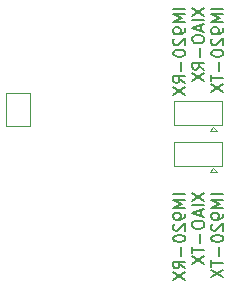
<source format=gbr>
%TF.GenerationSoftware,KiCad,Pcbnew,8.0.3*%
%TF.CreationDate,2024-07-10T22:12:49+09:00*%
%TF.ProjectId,md2,6d64322e-6b69-4636-9164-5f7063625858,rev?*%
%TF.SameCoordinates,Original*%
%TF.FileFunction,Legend,Bot*%
%TF.FilePolarity,Positive*%
%FSLAX46Y46*%
G04 Gerber Fmt 4.6, Leading zero omitted, Abs format (unit mm)*
G04 Created by KiCad (PCBNEW 8.0.3) date 2024-07-10 22:12:49*
%MOMM*%
%LPD*%
G01*
G04 APERTURE LIST*
%ADD10C,0.150000*%
%ADD11C,0.120000*%
G04 APERTURE END LIST*
D10*
X128649931Y-92436779D02*
X127649931Y-92436779D01*
X128649931Y-92912969D02*
X127649931Y-92912969D01*
X127649931Y-92912969D02*
X128364216Y-93246302D01*
X128364216Y-93246302D02*
X127649931Y-93579635D01*
X127649931Y-93579635D02*
X128649931Y-93579635D01*
X128649931Y-94103445D02*
X128649931Y-94293921D01*
X128649931Y-94293921D02*
X128602312Y-94389159D01*
X128602312Y-94389159D02*
X128554692Y-94436778D01*
X128554692Y-94436778D02*
X128411835Y-94532016D01*
X128411835Y-94532016D02*
X128221359Y-94579635D01*
X128221359Y-94579635D02*
X127840407Y-94579635D01*
X127840407Y-94579635D02*
X127745169Y-94532016D01*
X127745169Y-94532016D02*
X127697550Y-94484397D01*
X127697550Y-94484397D02*
X127649931Y-94389159D01*
X127649931Y-94389159D02*
X127649931Y-94198683D01*
X127649931Y-94198683D02*
X127697550Y-94103445D01*
X127697550Y-94103445D02*
X127745169Y-94055826D01*
X127745169Y-94055826D02*
X127840407Y-94008207D01*
X127840407Y-94008207D02*
X128078502Y-94008207D01*
X128078502Y-94008207D02*
X128173740Y-94055826D01*
X128173740Y-94055826D02*
X128221359Y-94103445D01*
X128221359Y-94103445D02*
X128268978Y-94198683D01*
X128268978Y-94198683D02*
X128268978Y-94389159D01*
X128268978Y-94389159D02*
X128221359Y-94484397D01*
X128221359Y-94484397D02*
X128173740Y-94532016D01*
X128173740Y-94532016D02*
X128078502Y-94579635D01*
X127745169Y-94960588D02*
X127697550Y-95008207D01*
X127697550Y-95008207D02*
X127649931Y-95103445D01*
X127649931Y-95103445D02*
X127649931Y-95341540D01*
X127649931Y-95341540D02*
X127697550Y-95436778D01*
X127697550Y-95436778D02*
X127745169Y-95484397D01*
X127745169Y-95484397D02*
X127840407Y-95532016D01*
X127840407Y-95532016D02*
X127935645Y-95532016D01*
X127935645Y-95532016D02*
X128078502Y-95484397D01*
X128078502Y-95484397D02*
X128649931Y-94912969D01*
X128649931Y-94912969D02*
X128649931Y-95532016D01*
X127649931Y-96151064D02*
X127649931Y-96246302D01*
X127649931Y-96246302D02*
X127697550Y-96341540D01*
X127697550Y-96341540D02*
X127745169Y-96389159D01*
X127745169Y-96389159D02*
X127840407Y-96436778D01*
X127840407Y-96436778D02*
X128030883Y-96484397D01*
X128030883Y-96484397D02*
X128268978Y-96484397D01*
X128268978Y-96484397D02*
X128459454Y-96436778D01*
X128459454Y-96436778D02*
X128554692Y-96389159D01*
X128554692Y-96389159D02*
X128602312Y-96341540D01*
X128602312Y-96341540D02*
X128649931Y-96246302D01*
X128649931Y-96246302D02*
X128649931Y-96151064D01*
X128649931Y-96151064D02*
X128602312Y-96055826D01*
X128602312Y-96055826D02*
X128554692Y-96008207D01*
X128554692Y-96008207D02*
X128459454Y-95960588D01*
X128459454Y-95960588D02*
X128268978Y-95912969D01*
X128268978Y-95912969D02*
X128030883Y-95912969D01*
X128030883Y-95912969D02*
X127840407Y-95960588D01*
X127840407Y-95960588D02*
X127745169Y-96008207D01*
X127745169Y-96008207D02*
X127697550Y-96055826D01*
X127697550Y-96055826D02*
X127649931Y-96151064D01*
X128268978Y-96912969D02*
X128268978Y-97674874D01*
X128649931Y-98722492D02*
X128173740Y-98389159D01*
X128649931Y-98151064D02*
X127649931Y-98151064D01*
X127649931Y-98151064D02*
X127649931Y-98532016D01*
X127649931Y-98532016D02*
X127697550Y-98627254D01*
X127697550Y-98627254D02*
X127745169Y-98674873D01*
X127745169Y-98674873D02*
X127840407Y-98722492D01*
X127840407Y-98722492D02*
X127983264Y-98722492D01*
X127983264Y-98722492D02*
X128078502Y-98674873D01*
X128078502Y-98674873D02*
X128126121Y-98627254D01*
X128126121Y-98627254D02*
X128173740Y-98532016D01*
X128173740Y-98532016D02*
X128173740Y-98151064D01*
X127649931Y-99055826D02*
X128649931Y-99722492D01*
X127649931Y-99722492D02*
X128649931Y-99055826D01*
X129259875Y-92341541D02*
X130259875Y-93008207D01*
X129259875Y-93008207D02*
X130259875Y-92341541D01*
X130259875Y-93389160D02*
X129259875Y-93389160D01*
X129974160Y-93817731D02*
X129974160Y-94293921D01*
X130259875Y-93722493D02*
X129259875Y-94055826D01*
X129259875Y-94055826D02*
X130259875Y-94389159D01*
X129259875Y-94912969D02*
X129259875Y-95103445D01*
X129259875Y-95103445D02*
X129307494Y-95198683D01*
X129307494Y-95198683D02*
X129402732Y-95293921D01*
X129402732Y-95293921D02*
X129593208Y-95341540D01*
X129593208Y-95341540D02*
X129926541Y-95341540D01*
X129926541Y-95341540D02*
X130117017Y-95293921D01*
X130117017Y-95293921D02*
X130212256Y-95198683D01*
X130212256Y-95198683D02*
X130259875Y-95103445D01*
X130259875Y-95103445D02*
X130259875Y-94912969D01*
X130259875Y-94912969D02*
X130212256Y-94817731D01*
X130212256Y-94817731D02*
X130117017Y-94722493D01*
X130117017Y-94722493D02*
X129926541Y-94674874D01*
X129926541Y-94674874D02*
X129593208Y-94674874D01*
X129593208Y-94674874D02*
X129402732Y-94722493D01*
X129402732Y-94722493D02*
X129307494Y-94817731D01*
X129307494Y-94817731D02*
X129259875Y-94912969D01*
X129878922Y-95770112D02*
X129878922Y-96532017D01*
X130259875Y-97579635D02*
X129783684Y-97246302D01*
X130259875Y-97008207D02*
X129259875Y-97008207D01*
X129259875Y-97008207D02*
X129259875Y-97389159D01*
X129259875Y-97389159D02*
X129307494Y-97484397D01*
X129307494Y-97484397D02*
X129355113Y-97532016D01*
X129355113Y-97532016D02*
X129450351Y-97579635D01*
X129450351Y-97579635D02*
X129593208Y-97579635D01*
X129593208Y-97579635D02*
X129688446Y-97532016D01*
X129688446Y-97532016D02*
X129736065Y-97484397D01*
X129736065Y-97484397D02*
X129783684Y-97389159D01*
X129783684Y-97389159D02*
X129783684Y-97008207D01*
X129259875Y-97912969D02*
X130259875Y-98579635D01*
X129259875Y-98579635D02*
X130259875Y-97912969D01*
X131869819Y-92436779D02*
X130869819Y-92436779D01*
X131869819Y-92912969D02*
X130869819Y-92912969D01*
X130869819Y-92912969D02*
X131584104Y-93246302D01*
X131584104Y-93246302D02*
X130869819Y-93579635D01*
X130869819Y-93579635D02*
X131869819Y-93579635D01*
X131869819Y-94103445D02*
X131869819Y-94293921D01*
X131869819Y-94293921D02*
X131822200Y-94389159D01*
X131822200Y-94389159D02*
X131774580Y-94436778D01*
X131774580Y-94436778D02*
X131631723Y-94532016D01*
X131631723Y-94532016D02*
X131441247Y-94579635D01*
X131441247Y-94579635D02*
X131060295Y-94579635D01*
X131060295Y-94579635D02*
X130965057Y-94532016D01*
X130965057Y-94532016D02*
X130917438Y-94484397D01*
X130917438Y-94484397D02*
X130869819Y-94389159D01*
X130869819Y-94389159D02*
X130869819Y-94198683D01*
X130869819Y-94198683D02*
X130917438Y-94103445D01*
X130917438Y-94103445D02*
X130965057Y-94055826D01*
X130965057Y-94055826D02*
X131060295Y-94008207D01*
X131060295Y-94008207D02*
X131298390Y-94008207D01*
X131298390Y-94008207D02*
X131393628Y-94055826D01*
X131393628Y-94055826D02*
X131441247Y-94103445D01*
X131441247Y-94103445D02*
X131488866Y-94198683D01*
X131488866Y-94198683D02*
X131488866Y-94389159D01*
X131488866Y-94389159D02*
X131441247Y-94484397D01*
X131441247Y-94484397D02*
X131393628Y-94532016D01*
X131393628Y-94532016D02*
X131298390Y-94579635D01*
X130965057Y-94960588D02*
X130917438Y-95008207D01*
X130917438Y-95008207D02*
X130869819Y-95103445D01*
X130869819Y-95103445D02*
X130869819Y-95341540D01*
X130869819Y-95341540D02*
X130917438Y-95436778D01*
X130917438Y-95436778D02*
X130965057Y-95484397D01*
X130965057Y-95484397D02*
X131060295Y-95532016D01*
X131060295Y-95532016D02*
X131155533Y-95532016D01*
X131155533Y-95532016D02*
X131298390Y-95484397D01*
X131298390Y-95484397D02*
X131869819Y-94912969D01*
X131869819Y-94912969D02*
X131869819Y-95532016D01*
X130869819Y-96151064D02*
X130869819Y-96246302D01*
X130869819Y-96246302D02*
X130917438Y-96341540D01*
X130917438Y-96341540D02*
X130965057Y-96389159D01*
X130965057Y-96389159D02*
X131060295Y-96436778D01*
X131060295Y-96436778D02*
X131250771Y-96484397D01*
X131250771Y-96484397D02*
X131488866Y-96484397D01*
X131488866Y-96484397D02*
X131679342Y-96436778D01*
X131679342Y-96436778D02*
X131774580Y-96389159D01*
X131774580Y-96389159D02*
X131822200Y-96341540D01*
X131822200Y-96341540D02*
X131869819Y-96246302D01*
X131869819Y-96246302D02*
X131869819Y-96151064D01*
X131869819Y-96151064D02*
X131822200Y-96055826D01*
X131822200Y-96055826D02*
X131774580Y-96008207D01*
X131774580Y-96008207D02*
X131679342Y-95960588D01*
X131679342Y-95960588D02*
X131488866Y-95912969D01*
X131488866Y-95912969D02*
X131250771Y-95912969D01*
X131250771Y-95912969D02*
X131060295Y-95960588D01*
X131060295Y-95960588D02*
X130965057Y-96008207D01*
X130965057Y-96008207D02*
X130917438Y-96055826D01*
X130917438Y-96055826D02*
X130869819Y-96151064D01*
X131488866Y-96912969D02*
X131488866Y-97674874D01*
X130869819Y-98008207D02*
X130869819Y-98579635D01*
X131869819Y-98293921D02*
X130869819Y-98293921D01*
X130869819Y-98817731D02*
X131869819Y-99484397D01*
X130869819Y-99484397D02*
X131869819Y-98817731D01*
X128649931Y-108136779D02*
X127649931Y-108136779D01*
X128649931Y-108612969D02*
X127649931Y-108612969D01*
X127649931Y-108612969D02*
X128364216Y-108946302D01*
X128364216Y-108946302D02*
X127649931Y-109279635D01*
X127649931Y-109279635D02*
X128649931Y-109279635D01*
X128649931Y-109803445D02*
X128649931Y-109993921D01*
X128649931Y-109993921D02*
X128602312Y-110089159D01*
X128602312Y-110089159D02*
X128554692Y-110136778D01*
X128554692Y-110136778D02*
X128411835Y-110232016D01*
X128411835Y-110232016D02*
X128221359Y-110279635D01*
X128221359Y-110279635D02*
X127840407Y-110279635D01*
X127840407Y-110279635D02*
X127745169Y-110232016D01*
X127745169Y-110232016D02*
X127697550Y-110184397D01*
X127697550Y-110184397D02*
X127649931Y-110089159D01*
X127649931Y-110089159D02*
X127649931Y-109898683D01*
X127649931Y-109898683D02*
X127697550Y-109803445D01*
X127697550Y-109803445D02*
X127745169Y-109755826D01*
X127745169Y-109755826D02*
X127840407Y-109708207D01*
X127840407Y-109708207D02*
X128078502Y-109708207D01*
X128078502Y-109708207D02*
X128173740Y-109755826D01*
X128173740Y-109755826D02*
X128221359Y-109803445D01*
X128221359Y-109803445D02*
X128268978Y-109898683D01*
X128268978Y-109898683D02*
X128268978Y-110089159D01*
X128268978Y-110089159D02*
X128221359Y-110184397D01*
X128221359Y-110184397D02*
X128173740Y-110232016D01*
X128173740Y-110232016D02*
X128078502Y-110279635D01*
X127745169Y-110660588D02*
X127697550Y-110708207D01*
X127697550Y-110708207D02*
X127649931Y-110803445D01*
X127649931Y-110803445D02*
X127649931Y-111041540D01*
X127649931Y-111041540D02*
X127697550Y-111136778D01*
X127697550Y-111136778D02*
X127745169Y-111184397D01*
X127745169Y-111184397D02*
X127840407Y-111232016D01*
X127840407Y-111232016D02*
X127935645Y-111232016D01*
X127935645Y-111232016D02*
X128078502Y-111184397D01*
X128078502Y-111184397D02*
X128649931Y-110612969D01*
X128649931Y-110612969D02*
X128649931Y-111232016D01*
X127649931Y-111851064D02*
X127649931Y-111946302D01*
X127649931Y-111946302D02*
X127697550Y-112041540D01*
X127697550Y-112041540D02*
X127745169Y-112089159D01*
X127745169Y-112089159D02*
X127840407Y-112136778D01*
X127840407Y-112136778D02*
X128030883Y-112184397D01*
X128030883Y-112184397D02*
X128268978Y-112184397D01*
X128268978Y-112184397D02*
X128459454Y-112136778D01*
X128459454Y-112136778D02*
X128554692Y-112089159D01*
X128554692Y-112089159D02*
X128602312Y-112041540D01*
X128602312Y-112041540D02*
X128649931Y-111946302D01*
X128649931Y-111946302D02*
X128649931Y-111851064D01*
X128649931Y-111851064D02*
X128602312Y-111755826D01*
X128602312Y-111755826D02*
X128554692Y-111708207D01*
X128554692Y-111708207D02*
X128459454Y-111660588D01*
X128459454Y-111660588D02*
X128268978Y-111612969D01*
X128268978Y-111612969D02*
X128030883Y-111612969D01*
X128030883Y-111612969D02*
X127840407Y-111660588D01*
X127840407Y-111660588D02*
X127745169Y-111708207D01*
X127745169Y-111708207D02*
X127697550Y-111755826D01*
X127697550Y-111755826D02*
X127649931Y-111851064D01*
X128268978Y-112612969D02*
X128268978Y-113374874D01*
X128649931Y-114422492D02*
X128173740Y-114089159D01*
X128649931Y-113851064D02*
X127649931Y-113851064D01*
X127649931Y-113851064D02*
X127649931Y-114232016D01*
X127649931Y-114232016D02*
X127697550Y-114327254D01*
X127697550Y-114327254D02*
X127745169Y-114374873D01*
X127745169Y-114374873D02*
X127840407Y-114422492D01*
X127840407Y-114422492D02*
X127983264Y-114422492D01*
X127983264Y-114422492D02*
X128078502Y-114374873D01*
X128078502Y-114374873D02*
X128126121Y-114327254D01*
X128126121Y-114327254D02*
X128173740Y-114232016D01*
X128173740Y-114232016D02*
X128173740Y-113851064D01*
X127649931Y-114755826D02*
X128649931Y-115422492D01*
X127649931Y-115422492D02*
X128649931Y-114755826D01*
X129259875Y-108041541D02*
X130259875Y-108708207D01*
X129259875Y-108708207D02*
X130259875Y-108041541D01*
X130259875Y-109089160D02*
X129259875Y-109089160D01*
X129974160Y-109517731D02*
X129974160Y-109993921D01*
X130259875Y-109422493D02*
X129259875Y-109755826D01*
X129259875Y-109755826D02*
X130259875Y-110089159D01*
X129259875Y-110612969D02*
X129259875Y-110803445D01*
X129259875Y-110803445D02*
X129307494Y-110898683D01*
X129307494Y-110898683D02*
X129402732Y-110993921D01*
X129402732Y-110993921D02*
X129593208Y-111041540D01*
X129593208Y-111041540D02*
X129926541Y-111041540D01*
X129926541Y-111041540D02*
X130117017Y-110993921D01*
X130117017Y-110993921D02*
X130212256Y-110898683D01*
X130212256Y-110898683D02*
X130259875Y-110803445D01*
X130259875Y-110803445D02*
X130259875Y-110612969D01*
X130259875Y-110612969D02*
X130212256Y-110517731D01*
X130212256Y-110517731D02*
X130117017Y-110422493D01*
X130117017Y-110422493D02*
X129926541Y-110374874D01*
X129926541Y-110374874D02*
X129593208Y-110374874D01*
X129593208Y-110374874D02*
X129402732Y-110422493D01*
X129402732Y-110422493D02*
X129307494Y-110517731D01*
X129307494Y-110517731D02*
X129259875Y-110612969D01*
X129878922Y-111470112D02*
X129878922Y-112232017D01*
X129259875Y-112565350D02*
X129259875Y-113136778D01*
X130259875Y-112851064D02*
X129259875Y-112851064D01*
X129259875Y-113374874D02*
X130259875Y-114041540D01*
X129259875Y-114041540D02*
X130259875Y-113374874D01*
X131869819Y-108136779D02*
X130869819Y-108136779D01*
X131869819Y-108612969D02*
X130869819Y-108612969D01*
X130869819Y-108612969D02*
X131584104Y-108946302D01*
X131584104Y-108946302D02*
X130869819Y-109279635D01*
X130869819Y-109279635D02*
X131869819Y-109279635D01*
X131869819Y-109803445D02*
X131869819Y-109993921D01*
X131869819Y-109993921D02*
X131822200Y-110089159D01*
X131822200Y-110089159D02*
X131774580Y-110136778D01*
X131774580Y-110136778D02*
X131631723Y-110232016D01*
X131631723Y-110232016D02*
X131441247Y-110279635D01*
X131441247Y-110279635D02*
X131060295Y-110279635D01*
X131060295Y-110279635D02*
X130965057Y-110232016D01*
X130965057Y-110232016D02*
X130917438Y-110184397D01*
X130917438Y-110184397D02*
X130869819Y-110089159D01*
X130869819Y-110089159D02*
X130869819Y-109898683D01*
X130869819Y-109898683D02*
X130917438Y-109803445D01*
X130917438Y-109803445D02*
X130965057Y-109755826D01*
X130965057Y-109755826D02*
X131060295Y-109708207D01*
X131060295Y-109708207D02*
X131298390Y-109708207D01*
X131298390Y-109708207D02*
X131393628Y-109755826D01*
X131393628Y-109755826D02*
X131441247Y-109803445D01*
X131441247Y-109803445D02*
X131488866Y-109898683D01*
X131488866Y-109898683D02*
X131488866Y-110089159D01*
X131488866Y-110089159D02*
X131441247Y-110184397D01*
X131441247Y-110184397D02*
X131393628Y-110232016D01*
X131393628Y-110232016D02*
X131298390Y-110279635D01*
X130965057Y-110660588D02*
X130917438Y-110708207D01*
X130917438Y-110708207D02*
X130869819Y-110803445D01*
X130869819Y-110803445D02*
X130869819Y-111041540D01*
X130869819Y-111041540D02*
X130917438Y-111136778D01*
X130917438Y-111136778D02*
X130965057Y-111184397D01*
X130965057Y-111184397D02*
X131060295Y-111232016D01*
X131060295Y-111232016D02*
X131155533Y-111232016D01*
X131155533Y-111232016D02*
X131298390Y-111184397D01*
X131298390Y-111184397D02*
X131869819Y-110612969D01*
X131869819Y-110612969D02*
X131869819Y-111232016D01*
X130869819Y-111851064D02*
X130869819Y-111946302D01*
X130869819Y-111946302D02*
X130917438Y-112041540D01*
X130917438Y-112041540D02*
X130965057Y-112089159D01*
X130965057Y-112089159D02*
X131060295Y-112136778D01*
X131060295Y-112136778D02*
X131250771Y-112184397D01*
X131250771Y-112184397D02*
X131488866Y-112184397D01*
X131488866Y-112184397D02*
X131679342Y-112136778D01*
X131679342Y-112136778D02*
X131774580Y-112089159D01*
X131774580Y-112089159D02*
X131822200Y-112041540D01*
X131822200Y-112041540D02*
X131869819Y-111946302D01*
X131869819Y-111946302D02*
X131869819Y-111851064D01*
X131869819Y-111851064D02*
X131822200Y-111755826D01*
X131822200Y-111755826D02*
X131774580Y-111708207D01*
X131774580Y-111708207D02*
X131679342Y-111660588D01*
X131679342Y-111660588D02*
X131488866Y-111612969D01*
X131488866Y-111612969D02*
X131250771Y-111612969D01*
X131250771Y-111612969D02*
X131060295Y-111660588D01*
X131060295Y-111660588D02*
X130965057Y-111708207D01*
X130965057Y-111708207D02*
X130917438Y-111755826D01*
X130917438Y-111755826D02*
X130869819Y-111851064D01*
X131488866Y-112612969D02*
X131488866Y-113374874D01*
X130869819Y-113708207D02*
X130869819Y-114279635D01*
X131869819Y-113993921D02*
X130869819Y-113993921D01*
X130869819Y-114517731D02*
X131869819Y-115184397D01*
X130869819Y-115184397D02*
X131869819Y-114517731D01*
D11*
%TO.C,JP1*%
X113500000Y-99600000D02*
X115500000Y-99600000D01*
X113500000Y-102400000D02*
X113500000Y-99600000D01*
X115500000Y-99600000D02*
X115500000Y-102400000D01*
X115500000Y-102400000D02*
X113500000Y-102400000D01*
%TO.C,JP2*%
X127700000Y-103750000D02*
X131800000Y-103750000D01*
X127700000Y-105750000D02*
X127700000Y-103750000D01*
X130750000Y-106250000D02*
X131050000Y-105950000D01*
X130750000Y-106250000D02*
X131350000Y-106250000D01*
X131350000Y-106250000D02*
X131050000Y-105950000D01*
X131800000Y-103750000D02*
X131800000Y-105750000D01*
X131800000Y-105750000D02*
X127700000Y-105750000D01*
%TO.C,JP6*%
X127700000Y-100250000D02*
X131800000Y-100250000D01*
X127700000Y-102250000D02*
X127700000Y-100250000D01*
X130750000Y-102750000D02*
X131050000Y-102450000D01*
X130750000Y-102750000D02*
X131350000Y-102750000D01*
X131350000Y-102750000D02*
X131050000Y-102450000D01*
X131800000Y-100250000D02*
X131800000Y-102250000D01*
X131800000Y-102250000D02*
X127700000Y-102250000D01*
%TD*%
M02*

</source>
